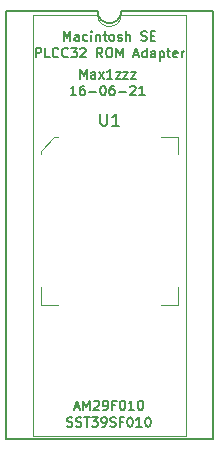
<source format=gbr>
G04 #@! TF.GenerationSoftware,KiCad,Pcbnew,5.0.2+dfsg1-1*
G04 #@! TF.CreationDate,2021-06-16T12:20:31+01:00*
G04 #@! TF.ProjectId,SE PLCC ROM,53452050-4c43-4432-9052-4f4d2e6b6963,rev?*
G04 #@! TF.SameCoordinates,Original*
G04 #@! TF.FileFunction,Legend,Top*
G04 #@! TF.FilePolarity,Positive*
%FSLAX46Y46*%
G04 Gerber Fmt 4.6, Leading zero omitted, Abs format (unit mm)*
G04 Created by KiCad (PCBNEW 5.0.2+dfsg1-1) date Wed 16 Jun 2021 12:20:31 BST*
%MOMM*%
%LPD*%
G01*
G04 APERTURE LIST*
%ADD10C,0.200000*%
%ADD11C,0.150000*%
%ADD12C,0.120000*%
G04 APERTURE END LIST*
D10*
X128454761Y-98983333D02*
X128835714Y-98983333D01*
X128378571Y-99211904D02*
X128645238Y-98411904D01*
X128911904Y-99211904D01*
X129178571Y-99211904D02*
X129178571Y-98411904D01*
X129445238Y-98983333D01*
X129711904Y-98411904D01*
X129711904Y-99211904D01*
X130054761Y-98488095D02*
X130092857Y-98450000D01*
X130169047Y-98411904D01*
X130359523Y-98411904D01*
X130435714Y-98450000D01*
X130473809Y-98488095D01*
X130511904Y-98564285D01*
X130511904Y-98640476D01*
X130473809Y-98754761D01*
X130016666Y-99211904D01*
X130511904Y-99211904D01*
X130892857Y-99211904D02*
X131045238Y-99211904D01*
X131121428Y-99173809D01*
X131159523Y-99135714D01*
X131235714Y-99021428D01*
X131273809Y-98869047D01*
X131273809Y-98564285D01*
X131235714Y-98488095D01*
X131197619Y-98450000D01*
X131121428Y-98411904D01*
X130969047Y-98411904D01*
X130892857Y-98450000D01*
X130854761Y-98488095D01*
X130816666Y-98564285D01*
X130816666Y-98754761D01*
X130854761Y-98830952D01*
X130892857Y-98869047D01*
X130969047Y-98907142D01*
X131121428Y-98907142D01*
X131197619Y-98869047D01*
X131235714Y-98830952D01*
X131273809Y-98754761D01*
X131883333Y-98792857D02*
X131616666Y-98792857D01*
X131616666Y-99211904D02*
X131616666Y-98411904D01*
X131997619Y-98411904D01*
X132454761Y-98411904D02*
X132530952Y-98411904D01*
X132607142Y-98450000D01*
X132645238Y-98488095D01*
X132683333Y-98564285D01*
X132721428Y-98716666D01*
X132721428Y-98907142D01*
X132683333Y-99059523D01*
X132645238Y-99135714D01*
X132607142Y-99173809D01*
X132530952Y-99211904D01*
X132454761Y-99211904D01*
X132378571Y-99173809D01*
X132340476Y-99135714D01*
X132302380Y-99059523D01*
X132264285Y-98907142D01*
X132264285Y-98716666D01*
X132302380Y-98564285D01*
X132340476Y-98488095D01*
X132378571Y-98450000D01*
X132454761Y-98411904D01*
X133483333Y-99211904D02*
X133026190Y-99211904D01*
X133254761Y-99211904D02*
X133254761Y-98411904D01*
X133178571Y-98526190D01*
X133102380Y-98602380D01*
X133026190Y-98640476D01*
X133978571Y-98411904D02*
X134054761Y-98411904D01*
X134130952Y-98450000D01*
X134169047Y-98488095D01*
X134207142Y-98564285D01*
X134245238Y-98716666D01*
X134245238Y-98907142D01*
X134207142Y-99059523D01*
X134169047Y-99135714D01*
X134130952Y-99173809D01*
X134054761Y-99211904D01*
X133978571Y-99211904D01*
X133902380Y-99173809D01*
X133864285Y-99135714D01*
X133826190Y-99059523D01*
X133788095Y-98907142D01*
X133788095Y-98716666D01*
X133826190Y-98564285D01*
X133864285Y-98488095D01*
X133902380Y-98450000D01*
X133978571Y-98411904D01*
X127807142Y-100573809D02*
X127921428Y-100611904D01*
X128111904Y-100611904D01*
X128188095Y-100573809D01*
X128226190Y-100535714D01*
X128264285Y-100459523D01*
X128264285Y-100383333D01*
X128226190Y-100307142D01*
X128188095Y-100269047D01*
X128111904Y-100230952D01*
X127959523Y-100192857D01*
X127883333Y-100154761D01*
X127845238Y-100116666D01*
X127807142Y-100040476D01*
X127807142Y-99964285D01*
X127845238Y-99888095D01*
X127883333Y-99850000D01*
X127959523Y-99811904D01*
X128150000Y-99811904D01*
X128264285Y-99850000D01*
X128569047Y-100573809D02*
X128683333Y-100611904D01*
X128873809Y-100611904D01*
X128950000Y-100573809D01*
X128988095Y-100535714D01*
X129026190Y-100459523D01*
X129026190Y-100383333D01*
X128988095Y-100307142D01*
X128950000Y-100269047D01*
X128873809Y-100230952D01*
X128721428Y-100192857D01*
X128645238Y-100154761D01*
X128607142Y-100116666D01*
X128569047Y-100040476D01*
X128569047Y-99964285D01*
X128607142Y-99888095D01*
X128645238Y-99850000D01*
X128721428Y-99811904D01*
X128911904Y-99811904D01*
X129026190Y-99850000D01*
X129254761Y-99811904D02*
X129711904Y-99811904D01*
X129483333Y-100611904D02*
X129483333Y-99811904D01*
X129902380Y-99811904D02*
X130397619Y-99811904D01*
X130130952Y-100116666D01*
X130245238Y-100116666D01*
X130321428Y-100154761D01*
X130359523Y-100192857D01*
X130397619Y-100269047D01*
X130397619Y-100459523D01*
X130359523Y-100535714D01*
X130321428Y-100573809D01*
X130245238Y-100611904D01*
X130016666Y-100611904D01*
X129940476Y-100573809D01*
X129902380Y-100535714D01*
X130778571Y-100611904D02*
X130930952Y-100611904D01*
X131007142Y-100573809D01*
X131045238Y-100535714D01*
X131121428Y-100421428D01*
X131159523Y-100269047D01*
X131159523Y-99964285D01*
X131121428Y-99888095D01*
X131083333Y-99850000D01*
X131007142Y-99811904D01*
X130854761Y-99811904D01*
X130778571Y-99850000D01*
X130740476Y-99888095D01*
X130702380Y-99964285D01*
X130702380Y-100154761D01*
X130740476Y-100230952D01*
X130778571Y-100269047D01*
X130854761Y-100307142D01*
X131007142Y-100307142D01*
X131083333Y-100269047D01*
X131121428Y-100230952D01*
X131159523Y-100154761D01*
X131464285Y-100573809D02*
X131578571Y-100611904D01*
X131769047Y-100611904D01*
X131845238Y-100573809D01*
X131883333Y-100535714D01*
X131921428Y-100459523D01*
X131921428Y-100383333D01*
X131883333Y-100307142D01*
X131845238Y-100269047D01*
X131769047Y-100230952D01*
X131616666Y-100192857D01*
X131540476Y-100154761D01*
X131502380Y-100116666D01*
X131464285Y-100040476D01*
X131464285Y-99964285D01*
X131502380Y-99888095D01*
X131540476Y-99850000D01*
X131616666Y-99811904D01*
X131807142Y-99811904D01*
X131921428Y-99850000D01*
X132530952Y-100192857D02*
X132264285Y-100192857D01*
X132264285Y-100611904D02*
X132264285Y-99811904D01*
X132645238Y-99811904D01*
X133102380Y-99811904D02*
X133178571Y-99811904D01*
X133254761Y-99850000D01*
X133292857Y-99888095D01*
X133330952Y-99964285D01*
X133369047Y-100116666D01*
X133369047Y-100307142D01*
X133330952Y-100459523D01*
X133292857Y-100535714D01*
X133254761Y-100573809D01*
X133178571Y-100611904D01*
X133102380Y-100611904D01*
X133026190Y-100573809D01*
X132988095Y-100535714D01*
X132950000Y-100459523D01*
X132911904Y-100307142D01*
X132911904Y-100116666D01*
X132950000Y-99964285D01*
X132988095Y-99888095D01*
X133026190Y-99850000D01*
X133102380Y-99811904D01*
X134130952Y-100611904D02*
X133673809Y-100611904D01*
X133902380Y-100611904D02*
X133902380Y-99811904D01*
X133826190Y-99926190D01*
X133750000Y-100002380D01*
X133673809Y-100040476D01*
X134626190Y-99811904D02*
X134702380Y-99811904D01*
X134778571Y-99850000D01*
X134816666Y-99888095D01*
X134854761Y-99964285D01*
X134892857Y-100116666D01*
X134892857Y-100307142D01*
X134854761Y-100459523D01*
X134816666Y-100535714D01*
X134778571Y-100573809D01*
X134702380Y-100611904D01*
X134626190Y-100611904D01*
X134550000Y-100573809D01*
X134511904Y-100535714D01*
X134473809Y-100459523D01*
X134435714Y-100307142D01*
X134435714Y-100116666D01*
X134473809Y-99964285D01*
X134511904Y-99888095D01*
X134550000Y-99850000D01*
X134626190Y-99811904D01*
X128945238Y-71161904D02*
X128945238Y-70361904D01*
X129211904Y-70933333D01*
X129478571Y-70361904D01*
X129478571Y-71161904D01*
X130202380Y-71161904D02*
X130202380Y-70742857D01*
X130164285Y-70666666D01*
X130088095Y-70628571D01*
X129935714Y-70628571D01*
X129859523Y-70666666D01*
X130202380Y-71123809D02*
X130126190Y-71161904D01*
X129935714Y-71161904D01*
X129859523Y-71123809D01*
X129821428Y-71047619D01*
X129821428Y-70971428D01*
X129859523Y-70895238D01*
X129935714Y-70857142D01*
X130126190Y-70857142D01*
X130202380Y-70819047D01*
X130507142Y-71161904D02*
X130926190Y-70628571D01*
X130507142Y-70628571D02*
X130926190Y-71161904D01*
X131650000Y-71161904D02*
X131192857Y-71161904D01*
X131421428Y-71161904D02*
X131421428Y-70361904D01*
X131345238Y-70476190D01*
X131269047Y-70552380D01*
X131192857Y-70590476D01*
X131916666Y-70628571D02*
X132335714Y-70628571D01*
X131916666Y-71161904D01*
X132335714Y-71161904D01*
X132564285Y-70628571D02*
X132983333Y-70628571D01*
X132564285Y-71161904D01*
X132983333Y-71161904D01*
X133211904Y-70628571D02*
X133630952Y-70628571D01*
X133211904Y-71161904D01*
X133630952Y-71161904D01*
X128583333Y-72561904D02*
X128126190Y-72561904D01*
X128354761Y-72561904D02*
X128354761Y-71761904D01*
X128278571Y-71876190D01*
X128202380Y-71952380D01*
X128126190Y-71990476D01*
X129269047Y-71761904D02*
X129116666Y-71761904D01*
X129040476Y-71800000D01*
X129002380Y-71838095D01*
X128926190Y-71952380D01*
X128888095Y-72104761D01*
X128888095Y-72409523D01*
X128926190Y-72485714D01*
X128964285Y-72523809D01*
X129040476Y-72561904D01*
X129192857Y-72561904D01*
X129269047Y-72523809D01*
X129307142Y-72485714D01*
X129345238Y-72409523D01*
X129345238Y-72219047D01*
X129307142Y-72142857D01*
X129269047Y-72104761D01*
X129192857Y-72066666D01*
X129040476Y-72066666D01*
X128964285Y-72104761D01*
X128926190Y-72142857D01*
X128888095Y-72219047D01*
X129688095Y-72257142D02*
X130297619Y-72257142D01*
X130830952Y-71761904D02*
X130907142Y-71761904D01*
X130983333Y-71800000D01*
X131021428Y-71838095D01*
X131059523Y-71914285D01*
X131097619Y-72066666D01*
X131097619Y-72257142D01*
X131059523Y-72409523D01*
X131021428Y-72485714D01*
X130983333Y-72523809D01*
X130907142Y-72561904D01*
X130830952Y-72561904D01*
X130754761Y-72523809D01*
X130716666Y-72485714D01*
X130678571Y-72409523D01*
X130640476Y-72257142D01*
X130640476Y-72066666D01*
X130678571Y-71914285D01*
X130716666Y-71838095D01*
X130754761Y-71800000D01*
X130830952Y-71761904D01*
X131783333Y-71761904D02*
X131630952Y-71761904D01*
X131554761Y-71800000D01*
X131516666Y-71838095D01*
X131440476Y-71952380D01*
X131402380Y-72104761D01*
X131402380Y-72409523D01*
X131440476Y-72485714D01*
X131478571Y-72523809D01*
X131554761Y-72561904D01*
X131707142Y-72561904D01*
X131783333Y-72523809D01*
X131821428Y-72485714D01*
X131859523Y-72409523D01*
X131859523Y-72219047D01*
X131821428Y-72142857D01*
X131783333Y-72104761D01*
X131707142Y-72066666D01*
X131554761Y-72066666D01*
X131478571Y-72104761D01*
X131440476Y-72142857D01*
X131402380Y-72219047D01*
X132202380Y-72257142D02*
X132811904Y-72257142D01*
X133154761Y-71838095D02*
X133192857Y-71800000D01*
X133269047Y-71761904D01*
X133459523Y-71761904D01*
X133535714Y-71800000D01*
X133573809Y-71838095D01*
X133611904Y-71914285D01*
X133611904Y-71990476D01*
X133573809Y-72104761D01*
X133116666Y-72561904D01*
X133611904Y-72561904D01*
X134373809Y-72561904D02*
X133916666Y-72561904D01*
X134145238Y-72561904D02*
X134145238Y-71761904D01*
X134069047Y-71876190D01*
X133992857Y-71952380D01*
X133916666Y-71990476D01*
X127552380Y-67961904D02*
X127552380Y-67161904D01*
X127819047Y-67733333D01*
X128085714Y-67161904D01*
X128085714Y-67961904D01*
X128809523Y-67961904D02*
X128809523Y-67542857D01*
X128771428Y-67466666D01*
X128695238Y-67428571D01*
X128542857Y-67428571D01*
X128466666Y-67466666D01*
X128809523Y-67923809D02*
X128733333Y-67961904D01*
X128542857Y-67961904D01*
X128466666Y-67923809D01*
X128428571Y-67847619D01*
X128428571Y-67771428D01*
X128466666Y-67695238D01*
X128542857Y-67657142D01*
X128733333Y-67657142D01*
X128809523Y-67619047D01*
X129533333Y-67923809D02*
X129457142Y-67961904D01*
X129304761Y-67961904D01*
X129228571Y-67923809D01*
X129190476Y-67885714D01*
X129152380Y-67809523D01*
X129152380Y-67580952D01*
X129190476Y-67504761D01*
X129228571Y-67466666D01*
X129304761Y-67428571D01*
X129457142Y-67428571D01*
X129533333Y-67466666D01*
X129876190Y-67961904D02*
X129876190Y-67428571D01*
X129876190Y-67161904D02*
X129838095Y-67200000D01*
X129876190Y-67238095D01*
X129914285Y-67200000D01*
X129876190Y-67161904D01*
X129876190Y-67238095D01*
X130257142Y-67428571D02*
X130257142Y-67961904D01*
X130257142Y-67504761D02*
X130295238Y-67466666D01*
X130371428Y-67428571D01*
X130485714Y-67428571D01*
X130561904Y-67466666D01*
X130600000Y-67542857D01*
X130600000Y-67961904D01*
X130866666Y-67428571D02*
X131171428Y-67428571D01*
X130980952Y-67161904D02*
X130980952Y-67847619D01*
X131019047Y-67923809D01*
X131095238Y-67961904D01*
X131171428Y-67961904D01*
X131552380Y-67961904D02*
X131476190Y-67923809D01*
X131438095Y-67885714D01*
X131400000Y-67809523D01*
X131400000Y-67580952D01*
X131438095Y-67504761D01*
X131476190Y-67466666D01*
X131552380Y-67428571D01*
X131666666Y-67428571D01*
X131742857Y-67466666D01*
X131780952Y-67504761D01*
X131819047Y-67580952D01*
X131819047Y-67809523D01*
X131780952Y-67885714D01*
X131742857Y-67923809D01*
X131666666Y-67961904D01*
X131552380Y-67961904D01*
X132123809Y-67923809D02*
X132200000Y-67961904D01*
X132352380Y-67961904D01*
X132428571Y-67923809D01*
X132466666Y-67847619D01*
X132466666Y-67809523D01*
X132428571Y-67733333D01*
X132352380Y-67695238D01*
X132238095Y-67695238D01*
X132161904Y-67657142D01*
X132123809Y-67580952D01*
X132123809Y-67542857D01*
X132161904Y-67466666D01*
X132238095Y-67428571D01*
X132352380Y-67428571D01*
X132428571Y-67466666D01*
X132809523Y-67961904D02*
X132809523Y-67161904D01*
X133152380Y-67961904D02*
X133152380Y-67542857D01*
X133114285Y-67466666D01*
X133038095Y-67428571D01*
X132923809Y-67428571D01*
X132847619Y-67466666D01*
X132809523Y-67504761D01*
X134104761Y-67923809D02*
X134219047Y-67961904D01*
X134409523Y-67961904D01*
X134485714Y-67923809D01*
X134523809Y-67885714D01*
X134561904Y-67809523D01*
X134561904Y-67733333D01*
X134523809Y-67657142D01*
X134485714Y-67619047D01*
X134409523Y-67580952D01*
X134257142Y-67542857D01*
X134180952Y-67504761D01*
X134142857Y-67466666D01*
X134104761Y-67390476D01*
X134104761Y-67314285D01*
X134142857Y-67238095D01*
X134180952Y-67200000D01*
X134257142Y-67161904D01*
X134447619Y-67161904D01*
X134561904Y-67200000D01*
X134904761Y-67542857D02*
X135171428Y-67542857D01*
X135285714Y-67961904D02*
X134904761Y-67961904D01*
X134904761Y-67161904D01*
X135285714Y-67161904D01*
X125171428Y-69361904D02*
X125171428Y-68561904D01*
X125476190Y-68561904D01*
X125552380Y-68600000D01*
X125590476Y-68638095D01*
X125628571Y-68714285D01*
X125628571Y-68828571D01*
X125590476Y-68904761D01*
X125552380Y-68942857D01*
X125476190Y-68980952D01*
X125171428Y-68980952D01*
X126352380Y-69361904D02*
X125971428Y-69361904D01*
X125971428Y-68561904D01*
X127076190Y-69285714D02*
X127038095Y-69323809D01*
X126923809Y-69361904D01*
X126847619Y-69361904D01*
X126733333Y-69323809D01*
X126657142Y-69247619D01*
X126619047Y-69171428D01*
X126580952Y-69019047D01*
X126580952Y-68904761D01*
X126619047Y-68752380D01*
X126657142Y-68676190D01*
X126733333Y-68600000D01*
X126847619Y-68561904D01*
X126923809Y-68561904D01*
X127038095Y-68600000D01*
X127076190Y-68638095D01*
X127876190Y-69285714D02*
X127838095Y-69323809D01*
X127723809Y-69361904D01*
X127647619Y-69361904D01*
X127533333Y-69323809D01*
X127457142Y-69247619D01*
X127419047Y-69171428D01*
X127380952Y-69019047D01*
X127380952Y-68904761D01*
X127419047Y-68752380D01*
X127457142Y-68676190D01*
X127533333Y-68600000D01*
X127647619Y-68561904D01*
X127723809Y-68561904D01*
X127838095Y-68600000D01*
X127876190Y-68638095D01*
X128142857Y-68561904D02*
X128638095Y-68561904D01*
X128371428Y-68866666D01*
X128485714Y-68866666D01*
X128561904Y-68904761D01*
X128600000Y-68942857D01*
X128638095Y-69019047D01*
X128638095Y-69209523D01*
X128600000Y-69285714D01*
X128561904Y-69323809D01*
X128485714Y-69361904D01*
X128257142Y-69361904D01*
X128180952Y-69323809D01*
X128142857Y-69285714D01*
X128942857Y-68638095D02*
X128980952Y-68600000D01*
X129057142Y-68561904D01*
X129247619Y-68561904D01*
X129323809Y-68600000D01*
X129361904Y-68638095D01*
X129400000Y-68714285D01*
X129400000Y-68790476D01*
X129361904Y-68904761D01*
X128904761Y-69361904D01*
X129400000Y-69361904D01*
X130809523Y-69361904D02*
X130542857Y-68980952D01*
X130352380Y-69361904D02*
X130352380Y-68561904D01*
X130657142Y-68561904D01*
X130733333Y-68600000D01*
X130771428Y-68638095D01*
X130809523Y-68714285D01*
X130809523Y-68828571D01*
X130771428Y-68904761D01*
X130733333Y-68942857D01*
X130657142Y-68980952D01*
X130352380Y-68980952D01*
X131304761Y-68561904D02*
X131457142Y-68561904D01*
X131533333Y-68600000D01*
X131609523Y-68676190D01*
X131647619Y-68828571D01*
X131647619Y-69095238D01*
X131609523Y-69247619D01*
X131533333Y-69323809D01*
X131457142Y-69361904D01*
X131304761Y-69361904D01*
X131228571Y-69323809D01*
X131152380Y-69247619D01*
X131114285Y-69095238D01*
X131114285Y-68828571D01*
X131152380Y-68676190D01*
X131228571Y-68600000D01*
X131304761Y-68561904D01*
X131990476Y-69361904D02*
X131990476Y-68561904D01*
X132257142Y-69133333D01*
X132523809Y-68561904D01*
X132523809Y-69361904D01*
X133476190Y-69133333D02*
X133857142Y-69133333D01*
X133400000Y-69361904D02*
X133666666Y-68561904D01*
X133933333Y-69361904D01*
X134542857Y-69361904D02*
X134542857Y-68561904D01*
X134542857Y-69323809D02*
X134466666Y-69361904D01*
X134314285Y-69361904D01*
X134238095Y-69323809D01*
X134200000Y-69285714D01*
X134161904Y-69209523D01*
X134161904Y-68980952D01*
X134200000Y-68904761D01*
X134238095Y-68866666D01*
X134314285Y-68828571D01*
X134466666Y-68828571D01*
X134542857Y-68866666D01*
X135266666Y-69361904D02*
X135266666Y-68942857D01*
X135228571Y-68866666D01*
X135152380Y-68828571D01*
X135000000Y-68828571D01*
X134923809Y-68866666D01*
X135266666Y-69323809D02*
X135190476Y-69361904D01*
X135000000Y-69361904D01*
X134923809Y-69323809D01*
X134885714Y-69247619D01*
X134885714Y-69171428D01*
X134923809Y-69095238D01*
X135000000Y-69057142D01*
X135190476Y-69057142D01*
X135266666Y-69019047D01*
X135647619Y-68828571D02*
X135647619Y-69628571D01*
X135647619Y-68866666D02*
X135723809Y-68828571D01*
X135876190Y-68828571D01*
X135952380Y-68866666D01*
X135990476Y-68904761D01*
X136028571Y-68980952D01*
X136028571Y-69209523D01*
X135990476Y-69285714D01*
X135952380Y-69323809D01*
X135876190Y-69361904D01*
X135723809Y-69361904D01*
X135647619Y-69323809D01*
X136257142Y-68828571D02*
X136561904Y-68828571D01*
X136371428Y-68561904D02*
X136371428Y-69247619D01*
X136409523Y-69323809D01*
X136485714Y-69361904D01*
X136561904Y-69361904D01*
X137133333Y-69323809D02*
X137057142Y-69361904D01*
X136904761Y-69361904D01*
X136828571Y-69323809D01*
X136790476Y-69247619D01*
X136790476Y-68942857D01*
X136828571Y-68866666D01*
X136904761Y-68828571D01*
X137057142Y-68828571D01*
X137133333Y-68866666D01*
X137171428Y-68942857D01*
X137171428Y-69019047D01*
X136790476Y-69095238D01*
X137514285Y-69361904D02*
X137514285Y-68828571D01*
X137514285Y-68980952D02*
X137552380Y-68904761D01*
X137590476Y-68866666D01*
X137666666Y-68828571D01*
X137742857Y-68828571D01*
D11*
X132400000Y-65450000D02*
G75*
G02X130400000Y-65450000I-1000000J0D01*
G01*
X140150000Y-65450000D02*
X132450000Y-65450000D01*
X122650000Y-65450000D02*
X130350000Y-65450000D01*
X122650000Y-65450000D02*
X122650000Y-101700000D01*
X140150000Y-101700000D02*
X122650000Y-101700000D01*
X140150000Y-65450000D02*
X140150000Y-101700000D01*
D12*
G04 #@! TO.C,J1*
X132395001Y-65745001D02*
G75*
G02X130395001Y-65745001I-1000000J0D01*
G01*
X130395001Y-65745001D02*
X124935001Y-65745001D01*
X124935001Y-65745001D02*
X124935001Y-101425001D01*
X124935001Y-101425001D02*
X137855001Y-101425001D01*
X137855001Y-101425001D02*
X137855001Y-65745001D01*
X137855001Y-65745001D02*
X132395001Y-65745001D01*
G04 #@! TO.C,U1*
X135770000Y-76105000D02*
X137225000Y-76105000D01*
X137225000Y-76105000D02*
X137225000Y-77560000D01*
X127030000Y-90295000D02*
X125575000Y-90295000D01*
X125575000Y-90295000D02*
X125575000Y-88840000D01*
X135770000Y-90295000D02*
X137225000Y-90295000D01*
X137225000Y-90295000D02*
X137225000Y-88840000D01*
X127030000Y-76105000D02*
X126747218Y-76105000D01*
X126747218Y-76105000D02*
X125575000Y-77277218D01*
X125575000Y-77277218D02*
X125575000Y-77560000D01*
G04 #@! TD*
G04 #@! TO.C,U1*
D11*
X130638095Y-74132380D02*
X130638095Y-74941904D01*
X130685714Y-75037142D01*
X130733333Y-75084761D01*
X130828571Y-75132380D01*
X131019047Y-75132380D01*
X131114285Y-75084761D01*
X131161904Y-75037142D01*
X131209523Y-74941904D01*
X131209523Y-74132380D01*
X132209523Y-75132380D02*
X131638095Y-75132380D01*
X131923809Y-75132380D02*
X131923809Y-74132380D01*
X131828571Y-74275238D01*
X131733333Y-74370476D01*
X131638095Y-74418095D01*
G04 #@! TD*
M02*

</source>
